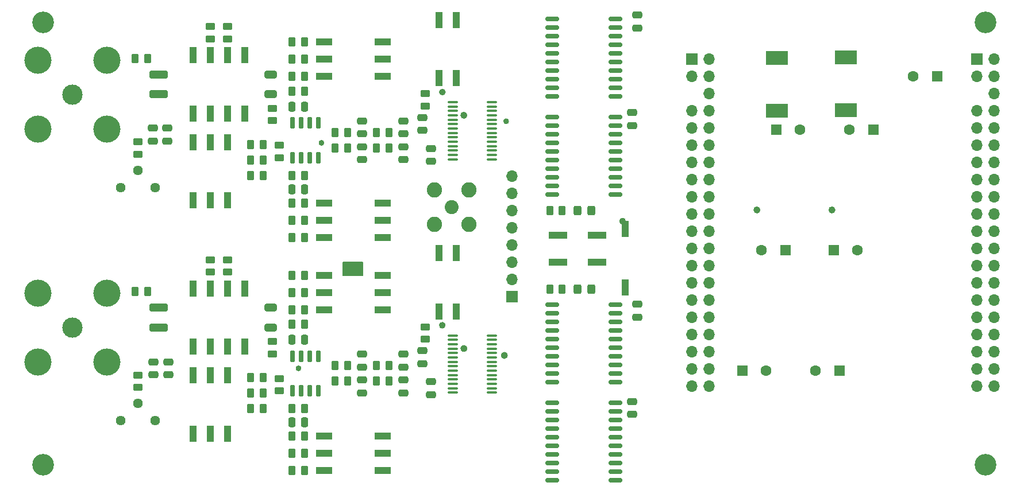
<source format=gbr>
%TF.GenerationSoftware,KiCad,Pcbnew,7.0.10-7.0.10~ubuntu22.04.1*%
%TF.CreationDate,2024-01-23T12:41:05+01:00*%
%TF.ProjectId,misrc,6d697372-632e-46b6-9963-61645f706362,0.3*%
%TF.SameCoordinates,Original*%
%TF.FileFunction,Soldermask,Top*%
%TF.FilePolarity,Negative*%
%FSLAX46Y46*%
G04 Gerber Fmt 4.6, Leading zero omitted, Abs format (unit mm)*
G04 Created by KiCad (PCBNEW 7.0.10-7.0.10~ubuntu22.04.1) date 2024-01-23 12:41:05*
%MOMM*%
%LPD*%
G01*
G04 APERTURE LIST*
G04 Aperture macros list*
%AMRoundRect*
0 Rectangle with rounded corners*
0 $1 Rounding radius*
0 $2 $3 $4 $5 $6 $7 $8 $9 X,Y pos of 4 corners*
0 Add a 4 corners polygon primitive as box body*
4,1,4,$2,$3,$4,$5,$6,$7,$8,$9,$2,$3,0*
0 Add four circle primitives for the rounded corners*
1,1,$1+$1,$2,$3*
1,1,$1+$1,$4,$5*
1,1,$1+$1,$6,$7*
1,1,$1+$1,$8,$9*
0 Add four rect primitives between the rounded corners*
20,1,$1+$1,$2,$3,$4,$5,0*
20,1,$1+$1,$4,$5,$6,$7,0*
20,1,$1+$1,$6,$7,$8,$9,0*
20,1,$1+$1,$8,$9,$2,$3,0*%
G04 Aperture macros list end*
%ADD10C,0.532905*%
%ADD11C,0.434210*%
%ADD12C,0.476609*%
%ADD13R,2.440000X1.120000*%
%ADD14R,1.600000X1.600000*%
%ADD15C,1.600000*%
%ADD16RoundRect,0.250000X-0.475000X0.250000X-0.475000X-0.250000X0.475000X-0.250000X0.475000X0.250000X0*%
%ADD17RoundRect,0.250000X-0.262500X-0.450000X0.262500X-0.450000X0.262500X0.450000X-0.262500X0.450000X0*%
%ADD18R,1.700000X1.700000*%
%ADD19O,1.700000X1.700000*%
%ADD20C,3.200000*%
%ADD21C,3.000000*%
%ADD22C,4.000000*%
%ADD23RoundRect,0.250000X-0.325000X-0.450000X0.325000X-0.450000X0.325000X0.450000X-0.325000X0.450000X0*%
%ADD24RoundRect,0.250000X1.100000X-0.325000X1.100000X0.325000X-1.100000X0.325000X-1.100000X-0.325000X0*%
%ADD25RoundRect,0.250000X-0.450000X0.262500X-0.450000X-0.262500X0.450000X-0.262500X0.450000X0.262500X0*%
%ADD26RoundRect,0.250000X0.450000X-0.262500X0.450000X0.262500X-0.450000X0.262500X-0.450000X-0.262500X0*%
%ADD27RoundRect,0.250000X0.262500X0.450000X-0.262500X0.450000X-0.262500X-0.450000X0.262500X-0.450000X0*%
%ADD28RoundRect,0.100000X-0.637500X-0.100000X0.637500X-0.100000X0.637500X0.100000X-0.637500X0.100000X0*%
%ADD29RoundRect,0.250000X-0.250000X-0.475000X0.250000X-0.475000X0.250000X0.475000X-0.250000X0.475000X0*%
%ADD30RoundRect,0.150000X-0.875000X-0.150000X0.875000X-0.150000X0.875000X0.150000X-0.875000X0.150000X0*%
%ADD31C,2.050000*%
%ADD32C,2.250000*%
%ADD33C,1.440000*%
%ADD34R,3.200000X2.000000*%
%ADD35R,1.120000X2.440000*%
%ADD36RoundRect,0.250000X0.475000X-0.250000X0.475000X0.250000X-0.475000X0.250000X-0.475000X-0.250000X0*%
%ADD37R,2.750000X1.000000*%
%ADD38RoundRect,0.250000X-0.650000X0.325000X-0.650000X-0.325000X0.650000X-0.325000X0.650000X0.325000X0*%
%ADD39RoundRect,0.150000X0.150000X-0.725000X0.150000X0.725000X-0.150000X0.725000X-0.150000X-0.725000X0*%
G04 APERTURE END LIST*
D10*
X132473452Y-116078000D02*
G75*
G03*
X131940548Y-116078000I-266452J0D01*
G01*
X131940548Y-116078000D02*
G75*
G03*
X132473452Y-116078000I266452J0D01*
G01*
X126504452Y-115062000D02*
G75*
G03*
X125971548Y-115062000I-266452J0D01*
G01*
X125971548Y-115062000D02*
G75*
G03*
X126504452Y-115062000I266452J0D01*
G01*
X126504452Y-80645000D02*
G75*
G03*
X125971548Y-80645000I-266452J0D01*
G01*
X125971548Y-80645000D02*
G75*
G03*
X126504452Y-80645000I266452J0D01*
G01*
D11*
X105478315Y-84709000D02*
G75*
G03*
X105044105Y-84709000I-217105J0D01*
G01*
X105044105Y-84709000D02*
G75*
G03*
X105478315Y-84709000I217105J0D01*
G01*
D10*
X169684452Y-94615000D02*
G75*
G03*
X169151548Y-94615000I-266452J0D01*
G01*
X169151548Y-94615000D02*
G75*
G03*
X169684452Y-94615000I266452J0D01*
G01*
D12*
X149864913Y-96266000D02*
G75*
G03*
X149388305Y-96266000I-238304J0D01*
G01*
X149388305Y-96266000D02*
G75*
G03*
X149864913Y-96266000I238304J0D01*
G01*
X123301304Y-77216000D02*
G75*
G03*
X122824696Y-77216000I-238304J0D01*
G01*
X122824696Y-77216000D02*
G75*
G03*
X123301304Y-77216000I238304J0D01*
G01*
X123301304Y-111633000D02*
G75*
G03*
X122824696Y-111633000I-238304J0D01*
G01*
X122824696Y-111633000D02*
G75*
G03*
X123301304Y-111633000I238304J0D01*
G01*
D11*
X132678105Y-81534000D02*
G75*
G03*
X132243895Y-81534000I-217105J0D01*
G01*
X132243895Y-81534000D02*
G75*
G03*
X132678105Y-81534000I217105J0D01*
G01*
D10*
X180733452Y-94615000D02*
G75*
G03*
X180200548Y-94615000I-266452J0D01*
G01*
X180200548Y-94615000D02*
G75*
G03*
X180733452Y-94615000I266452J0D01*
G01*
D11*
X102092895Y-117983000D02*
G75*
G03*
X101658685Y-117983000I-217105J0D01*
G01*
X101658685Y-117983000D02*
G75*
G03*
X102092895Y-117983000I217105J0D01*
G01*
D13*
%TO.C,SW204*%
X105664000Y-93599000D03*
X105664000Y-96139000D03*
X105664000Y-98679000D03*
X114274000Y-98679000D03*
X114274000Y-96139000D03*
X114274000Y-93599000D03*
%TD*%
D14*
%TO.C,C19*%
X181554000Y-118364000D03*
D15*
X178054000Y-118364000D03*
%TD*%
D16*
%TO.C,C119*%
X117348000Y-119700000D03*
X117348000Y-121600000D03*
%TD*%
D17*
%TO.C,R120*%
X107291500Y-119888000D03*
X109116500Y-119888000D03*
%TD*%
D16*
%TO.C,C108*%
X111252000Y-115890000D03*
X111252000Y-117790000D03*
%TD*%
D17*
%TO.C,R211*%
X100928500Y-69850000D03*
X102753500Y-69850000D03*
%TD*%
D18*
%TO.C,J2*%
X133350000Y-107442000D03*
D19*
X133350000Y-104902000D03*
X133350000Y-102362000D03*
X133350000Y-99822000D03*
X133350000Y-97282000D03*
X133350000Y-94742000D03*
X133350000Y-92202000D03*
X133350000Y-89662000D03*
%TD*%
D17*
%TO.C,R213*%
X100928500Y-74930000D03*
X102753500Y-74930000D03*
%TD*%
D20*
%TO.C,H3*%
X203073000Y-132207000D03*
%TD*%
D17*
%TO.C,R101*%
X77827500Y-106680000D03*
X79652500Y-106680000D03*
%TD*%
D21*
%TO.C,J101*%
X68580000Y-112014000D03*
D22*
X63500000Y-117094000D03*
X63500000Y-106934000D03*
X73660000Y-106934000D03*
X73660000Y-117094000D03*
%TD*%
D13*
%TO.C,SW103*%
X105677000Y-104267000D03*
X105677000Y-106807000D03*
X105677000Y-109347000D03*
X114287000Y-109347000D03*
X114287000Y-106807000D03*
X114287000Y-104267000D03*
%TD*%
D23*
%TO.C,D2*%
X142984000Y-94742000D03*
X145034000Y-94742000D03*
%TD*%
D17*
%TO.C,R116*%
X100941500Y-128016000D03*
X102766500Y-128016000D03*
%TD*%
D18*
%TO.C,J3*%
X201803000Y-72390000D03*
D19*
X204343000Y-72390000D03*
X201803000Y-74930000D03*
X204343000Y-74930000D03*
X204343000Y-77470000D03*
X201803000Y-80010000D03*
X204343000Y-80010000D03*
X201803000Y-82550000D03*
X204343000Y-82550000D03*
X201803000Y-85090000D03*
X204343000Y-85090000D03*
X201803000Y-87630000D03*
X204343000Y-87630000D03*
X201803000Y-90170000D03*
X204343000Y-90170000D03*
X201803000Y-92710000D03*
X204343000Y-92710000D03*
X201803000Y-95250000D03*
X204343000Y-95250000D03*
X201803000Y-97790000D03*
X204343000Y-97790000D03*
X201803000Y-100330000D03*
X204343000Y-100330000D03*
X201803000Y-102870000D03*
X204343000Y-102870000D03*
X201803000Y-105410000D03*
X204343000Y-105410000D03*
X201803000Y-107950000D03*
X204343000Y-107950000D03*
X201803000Y-110490000D03*
X204343000Y-110490000D03*
X201803000Y-113030000D03*
X204343000Y-113030000D03*
X201803000Y-115570000D03*
X204343000Y-115570000D03*
X201803000Y-118110000D03*
X204343000Y-118110000D03*
X201803000Y-120650000D03*
X204343000Y-120650000D03*
%TD*%
D24*
%TO.C,C101*%
X81280000Y-109015000D03*
X81280000Y-111965000D03*
%TD*%
D25*
%TO.C,R209*%
X98031000Y-79605500D03*
X98031000Y-81430500D03*
%TD*%
D26*
%TO.C,R203*%
X91427000Y-69365500D03*
X91427000Y-67540500D03*
%TD*%
D27*
%TO.C,R208*%
X96657500Y-84963000D03*
X94832500Y-84963000D03*
%TD*%
%TO.C,R206*%
X96657500Y-87249000D03*
X94832500Y-87249000D03*
%TD*%
D25*
%TO.C,R110*%
X99060000Y-121308500D03*
X99060000Y-119483500D03*
%TD*%
D28*
%TO.C,U102*%
X124645500Y-113123000D03*
X124645500Y-113773000D03*
X124645500Y-114423000D03*
X124645500Y-115073000D03*
X124645500Y-115723000D03*
X124645500Y-116373000D03*
X124645500Y-117023000D03*
X124645500Y-117673000D03*
X124645500Y-118323000D03*
X124645500Y-118973000D03*
X124645500Y-119623000D03*
X124645500Y-120273000D03*
X124645500Y-120923000D03*
X124645500Y-121573000D03*
X130370500Y-121573000D03*
X130370500Y-120923000D03*
X130370500Y-120273000D03*
X130370500Y-119623000D03*
X130370500Y-118973000D03*
X130370500Y-118323000D03*
X130370500Y-117673000D03*
X130370500Y-117023000D03*
X130370500Y-116373000D03*
X130370500Y-115723000D03*
X130370500Y-115073000D03*
X130370500Y-114423000D03*
X130370500Y-113773000D03*
X130370500Y-113123000D03*
%TD*%
D25*
%TO.C,R210*%
X99047000Y-85066500D03*
X99047000Y-86891500D03*
%TD*%
D29*
%TO.C,C106*%
X100904000Y-113792000D03*
X102804000Y-113792000D03*
%TD*%
D30*
%TO.C,U5*%
X139241000Y-66421000D03*
X139241000Y-67691000D03*
X139241000Y-68961000D03*
X139241000Y-70231000D03*
X139241000Y-71501000D03*
X139241000Y-72771000D03*
X139241000Y-74041000D03*
X139241000Y-75311000D03*
X139241000Y-76581000D03*
X139241000Y-77851000D03*
X148541000Y-77851000D03*
X148541000Y-76581000D03*
X148541000Y-75311000D03*
X148541000Y-74041000D03*
X148541000Y-72771000D03*
X148541000Y-71501000D03*
X148541000Y-70231000D03*
X148541000Y-68961000D03*
X148541000Y-67691000D03*
X148541000Y-66421000D03*
%TD*%
D16*
%TO.C,C225*%
X120129000Y-80965000D03*
X120129000Y-82865000D03*
%TD*%
D29*
%TO.C,C206*%
X100891000Y-79375000D03*
X102791000Y-79375000D03*
%TD*%
D17*
%TO.C,R215*%
X100928500Y-89535000D03*
X102753500Y-89535000D03*
%TD*%
D30*
%TO.C,U4*%
X139241000Y-80899000D03*
X139241000Y-82169000D03*
X139241000Y-83439000D03*
X139241000Y-84709000D03*
X139241000Y-85979000D03*
X139241000Y-87249000D03*
X139241000Y-88519000D03*
X139241000Y-89789000D03*
X139241000Y-91059000D03*
X139241000Y-92329000D03*
X148541000Y-92329000D03*
X148541000Y-91059000D03*
X148541000Y-89789000D03*
X148541000Y-88519000D03*
X148541000Y-87249000D03*
X148541000Y-85979000D03*
X148541000Y-84709000D03*
X148541000Y-83439000D03*
X148541000Y-82169000D03*
X148541000Y-80899000D03*
%TD*%
D31*
%TO.C,J1*%
X124460000Y-94234000D03*
D32*
X121920000Y-91694000D03*
X121920000Y-96774000D03*
X127000000Y-91694000D03*
X127000000Y-96774000D03*
%TD*%
D13*
%TO.C,SW203*%
X105677000Y-69850000D03*
X105677000Y-72390000D03*
X105677000Y-74930000D03*
X114287000Y-74930000D03*
X114287000Y-72390000D03*
X114287000Y-69850000D03*
%TD*%
D33*
%TO.C,RV201*%
X75692000Y-91313000D03*
X78232000Y-88773000D03*
X80772000Y-91313000D03*
%TD*%
D14*
%TO.C,C17*%
X180721000Y-100584000D03*
D15*
X184221000Y-100584000D03*
%TD*%
D17*
%TO.C,R122*%
X113387500Y-119888000D03*
X115212500Y-119888000D03*
%TD*%
D34*
%TO.C,L1*%
X172339000Y-72173000D03*
X172339000Y-79973000D03*
%TD*%
D14*
%TO.C,C11*%
X186564651Y-82804000D03*
D15*
X183064651Y-82804000D03*
%TD*%
D27*
%TO.C,R108*%
X94845500Y-119380000D03*
X96670500Y-119380000D03*
%TD*%
%TO.C,R2*%
X140739500Y-106299000D03*
X138914500Y-106299000D03*
%TD*%
%TO.C,R106*%
X94845500Y-121666000D03*
X96670500Y-121666000D03*
%TD*%
D16*
%TO.C,C208*%
X111239000Y-81473000D03*
X111239000Y-83373000D03*
%TD*%
D30*
%TO.C,U2*%
X139241000Y-123063000D03*
X139241000Y-124333000D03*
X139241000Y-125603000D03*
X139241000Y-126873000D03*
X139241000Y-128143000D03*
X139241000Y-129413000D03*
X139241000Y-130683000D03*
X139241000Y-131953000D03*
X139241000Y-133223000D03*
X139241000Y-134493000D03*
X148541000Y-134493000D03*
X148541000Y-133223000D03*
X148541000Y-131953000D03*
X148541000Y-130683000D03*
X148541000Y-129413000D03*
X148541000Y-128143000D03*
X148541000Y-126873000D03*
X148541000Y-125603000D03*
X148541000Y-124333000D03*
X148541000Y-123063000D03*
%TD*%
D17*
%TO.C,R216*%
X100928500Y-93599000D03*
X102753500Y-93599000D03*
%TD*%
D35*
%TO.C,SW201*%
X86347000Y-80378000D03*
X88887000Y-80378000D03*
X91427000Y-80378000D03*
X93967000Y-80378000D03*
X93967000Y-71768000D03*
X91427000Y-71768000D03*
X88887000Y-71768000D03*
X86347000Y-71768000D03*
%TD*%
D26*
%TO.C,R223*%
X120510000Y-79271500D03*
X120510000Y-77446500D03*
%TD*%
D20*
%TO.C,H2*%
X64262000Y-132207000D03*
%TD*%
D23*
%TO.C,D1*%
X142984000Y-106299000D03*
X145034000Y-106299000D03*
%TD*%
D34*
%TO.C,L2*%
X182499000Y-72083000D03*
X182499000Y-79883000D03*
%TD*%
D21*
%TO.C,J201*%
X68567000Y-77597000D03*
D22*
X63487000Y-82677000D03*
X63487000Y-72517000D03*
X73647000Y-72517000D03*
X73647000Y-82677000D03*
%TD*%
D26*
%TO.C,R102*%
X88900000Y-101957500D03*
X88900000Y-103782500D03*
%TD*%
D24*
%TO.C,C201*%
X81267000Y-77548000D03*
X81267000Y-74598000D03*
%TD*%
D17*
%TO.C,R115*%
X100941500Y-123952000D03*
X102766500Y-123952000D03*
%TD*%
%TO.C,R111*%
X100941500Y-104267000D03*
X102766500Y-104267000D03*
%TD*%
D35*
%TO.C,SW105*%
X125095000Y-100978000D03*
X122555000Y-100978000D03*
X122555000Y-109588000D03*
X125095000Y-109588000D03*
%TD*%
D36*
%TO.C,C224*%
X121399000Y-87437000D03*
X121399000Y-85537000D03*
%TD*%
D17*
%TO.C,R220*%
X107278500Y-85471000D03*
X109103500Y-85471000D03*
%TD*%
D16*
%TO.C,C109*%
X111252000Y-119700000D03*
X111252000Y-121600000D03*
%TD*%
%TO.C,C125*%
X120142000Y-115382000D03*
X120142000Y-117282000D03*
%TD*%
%TO.C,C209*%
X111239000Y-85283000D03*
X111239000Y-87183000D03*
%TD*%
D17*
%TO.C,R212*%
X100928500Y-72390000D03*
X102753500Y-72390000D03*
%TD*%
%TO.C,R113*%
X100941500Y-109347000D03*
X102766500Y-109347000D03*
%TD*%
D27*
%TO.C,R207*%
X96657500Y-89535000D03*
X94832500Y-89535000D03*
%TD*%
D17*
%TO.C,R222*%
X113374500Y-85471000D03*
X115199500Y-85471000D03*
%TD*%
D14*
%TO.C,C10*%
X172240000Y-82801000D03*
D15*
X175740000Y-82801000D03*
%TD*%
D30*
%TO.C,U3*%
X139241000Y-108585000D03*
X139241000Y-109855000D03*
X139241000Y-111125000D03*
X139241000Y-112395000D03*
X139241000Y-113665000D03*
X139241000Y-114935000D03*
X139241000Y-116205000D03*
X139241000Y-117475000D03*
X139241000Y-118745000D03*
X139241000Y-120015000D03*
X148541000Y-120015000D03*
X148541000Y-118745000D03*
X148541000Y-117475000D03*
X148541000Y-116205000D03*
X148541000Y-114935000D03*
X148541000Y-113665000D03*
X148541000Y-112395000D03*
X148541000Y-111125000D03*
X148541000Y-109855000D03*
X148541000Y-108585000D03*
%TD*%
D36*
%TO.C,C128*%
X82677000Y-118933000D03*
X82677000Y-117033000D03*
%TD*%
D29*
%TO.C,C107*%
X100904000Y-125984000D03*
X102804000Y-125984000D03*
%TD*%
D27*
%TO.C,R107*%
X94845500Y-123952000D03*
X96670500Y-123952000D03*
%TD*%
D17*
%TO.C,R218*%
X100928500Y-98679000D03*
X102753500Y-98679000D03*
%TD*%
%TO.C,R119*%
X107291500Y-117602000D03*
X109116500Y-117602000D03*
%TD*%
D14*
%TO.C,C6*%
X195962651Y-74930000D03*
D15*
X192462651Y-74930000D03*
%TD*%
D14*
%TO.C,C18*%
X167259000Y-118364000D03*
D15*
X170759000Y-118364000D03*
%TD*%
D17*
%TO.C,R219*%
X107278500Y-83185000D03*
X109103500Y-83185000D03*
%TD*%
D35*
%TO.C,SW2*%
X149987000Y-106019000D03*
X149987000Y-97409000D03*
%TD*%
D37*
%TO.C,SW1*%
X145882000Y-102330000D03*
X140122000Y-102330000D03*
X145882000Y-98330000D03*
X140122000Y-98330000D03*
%TD*%
D20*
%TO.C,H1*%
X64262000Y-66929000D03*
%TD*%
D16*
%TO.C,C2*%
X151003000Y-80269000D03*
X151003000Y-82169000D03*
%TD*%
D38*
%TO.C,C105*%
X97790000Y-111965000D03*
X97790000Y-109015000D03*
%TD*%
D36*
%TO.C,C228*%
X82550000Y-84450000D03*
X82550000Y-82550000D03*
%TD*%
D17*
%TO.C,R201*%
X77814500Y-72263000D03*
X79639500Y-72263000D03*
%TD*%
%TO.C,R217*%
X100928500Y-96139000D03*
X102753500Y-96139000D03*
%TD*%
D16*
%TO.C,C118*%
X117348000Y-115890000D03*
X117348000Y-117790000D03*
%TD*%
%TO.C,C4*%
X151003000Y-122875000D03*
X151003000Y-124775000D03*
%TD*%
D17*
%TO.C,R118*%
X100941500Y-133096000D03*
X102766500Y-133096000D03*
%TD*%
%TO.C,R221*%
X113374500Y-83185000D03*
X115199500Y-83185000D03*
%TD*%
D14*
%TO.C,C16*%
X173609000Y-100584000D03*
D15*
X170109000Y-100584000D03*
%TD*%
D25*
%TO.C,R228*%
X78232000Y-84558500D03*
X78232000Y-86383500D03*
%TD*%
D35*
%TO.C,SW101*%
X86360000Y-106185000D03*
X88900000Y-106185000D03*
X91440000Y-106185000D03*
X93980000Y-106185000D03*
X93980000Y-114795000D03*
X91440000Y-114795000D03*
X88900000Y-114795000D03*
X86360000Y-114795000D03*
%TD*%
D25*
%TO.C,R109*%
X98044000Y-114022500D03*
X98044000Y-115847500D03*
%TD*%
D36*
%TO.C,C227*%
X80391000Y-84450000D03*
X80391000Y-82550000D03*
%TD*%
D35*
%TO.C,SW202*%
X91427000Y-84608000D03*
X88887000Y-84608000D03*
X86347000Y-84608000D03*
X86347000Y-93218000D03*
X88887000Y-93218000D03*
X91427000Y-93218000D03*
%TD*%
D17*
%TO.C,R112*%
X100941500Y-106807000D03*
X102766500Y-106807000D03*
%TD*%
D26*
%TO.C,R103*%
X91440000Y-101957500D03*
X91440000Y-103782500D03*
%TD*%
D39*
%TO.C,U201*%
X100965000Y-86903000D03*
X102235000Y-86903000D03*
X103505000Y-86903000D03*
X104775000Y-86903000D03*
X104775000Y-81753000D03*
X103505000Y-81753000D03*
X102235000Y-81753000D03*
X100965000Y-81753000D03*
%TD*%
D16*
%TO.C,C219*%
X117335000Y-85283000D03*
X117335000Y-87183000D03*
%TD*%
D20*
%TO.C,H4*%
X203073000Y-66929000D03*
%TD*%
D28*
%TO.C,U202*%
X124632500Y-78706000D03*
X124632500Y-79356000D03*
X124632500Y-80006000D03*
X124632500Y-80656000D03*
X124632500Y-81306000D03*
X124632500Y-81956000D03*
X124632500Y-82606000D03*
X124632500Y-83256000D03*
X124632500Y-83906000D03*
X124632500Y-84556000D03*
X124632500Y-85206000D03*
X124632500Y-85856000D03*
X124632500Y-86506000D03*
X124632500Y-87156000D03*
X130357500Y-87156000D03*
X130357500Y-86506000D03*
X130357500Y-85856000D03*
X130357500Y-85206000D03*
X130357500Y-84556000D03*
X130357500Y-83906000D03*
X130357500Y-83256000D03*
X130357500Y-82606000D03*
X130357500Y-81956000D03*
X130357500Y-81306000D03*
X130357500Y-80656000D03*
X130357500Y-80006000D03*
X130357500Y-79356000D03*
X130357500Y-78706000D03*
%TD*%
D26*
%TO.C,R202*%
X88887000Y-69365500D03*
X88887000Y-67540500D03*
%TD*%
D17*
%TO.C,R121*%
X113387500Y-117602000D03*
X115212500Y-117602000D03*
%TD*%
%TO.C,R214*%
X100928500Y-77089000D03*
X102753500Y-77089000D03*
%TD*%
D35*
%TO.C,SW205*%
X125082000Y-66561000D03*
X122542000Y-66561000D03*
X122542000Y-75171000D03*
X125082000Y-75171000D03*
%TD*%
D16*
%TO.C,C3*%
X151765000Y-108524000D03*
X151765000Y-110424000D03*
%TD*%
D39*
%TO.C,U101*%
X100965000Y-121320000D03*
X102235000Y-121320000D03*
X103505000Y-121320000D03*
X104775000Y-121320000D03*
X104775000Y-116170000D03*
X103505000Y-116170000D03*
X102235000Y-116170000D03*
X100965000Y-116170000D03*
%TD*%
D33*
%TO.C,RV101*%
X75707000Y-125685000D03*
X78247000Y-123145000D03*
X80787000Y-125685000D03*
%TD*%
D35*
%TO.C,SW102*%
X91440000Y-119025000D03*
X88900000Y-119025000D03*
X86360000Y-119025000D03*
X86360000Y-127635000D03*
X88900000Y-127635000D03*
X91440000Y-127635000D03*
%TD*%
D27*
%TO.C,R3*%
X140739500Y-94742000D03*
X138914500Y-94742000D03*
%TD*%
D25*
%TO.C,R127*%
X78232000Y-118999000D03*
X78232000Y-120824000D03*
%TD*%
D17*
%TO.C,R117*%
X100941500Y-130556000D03*
X102766500Y-130556000D03*
%TD*%
D26*
%TO.C,R123*%
X120523000Y-113688500D03*
X120523000Y-111863500D03*
%TD*%
D36*
%TO.C,C124*%
X121412000Y-121854000D03*
X121412000Y-119954000D03*
%TD*%
D18*
%TO.C,J4*%
X159800000Y-72390000D03*
D19*
X162340000Y-72390000D03*
X159800000Y-74930000D03*
X162340000Y-74930000D03*
X162340000Y-77470000D03*
X159800000Y-80010000D03*
X162340000Y-80010000D03*
X159800000Y-82550000D03*
X162340000Y-82550000D03*
X159800000Y-85090000D03*
X162340000Y-85090000D03*
X159800000Y-87630000D03*
X162340000Y-87630000D03*
X159800000Y-90170000D03*
X162340000Y-90170000D03*
X159800000Y-92710000D03*
X162340000Y-92710000D03*
X159800000Y-95250000D03*
X162340000Y-95250000D03*
X159800000Y-97790000D03*
X162340000Y-97790000D03*
X159800000Y-100330000D03*
X162340000Y-100330000D03*
X159800000Y-102870000D03*
X162340000Y-102870000D03*
X159800000Y-105410000D03*
X162340000Y-105410000D03*
X159800000Y-107950000D03*
X162340000Y-107950000D03*
X159800000Y-110490000D03*
X162340000Y-110490000D03*
X159800000Y-113030000D03*
X162340000Y-113030000D03*
X159800000Y-115570000D03*
X162340000Y-115570000D03*
X159800000Y-118110000D03*
X162340000Y-118110000D03*
X159800000Y-120650000D03*
X162340000Y-120650000D03*
%TD*%
D36*
%TO.C,C127*%
X80518000Y-118933000D03*
X80518000Y-117033000D03*
%TD*%
D13*
%TO.C,SW104*%
X105677000Y-128016000D03*
X105677000Y-130556000D03*
X105677000Y-133096000D03*
X114287000Y-133096000D03*
X114287000Y-130556000D03*
X114287000Y-128016000D03*
%TD*%
D16*
%TO.C,C1*%
X151765000Y-65852000D03*
X151765000Y-67752000D03*
%TD*%
D29*
%TO.C,C207*%
X100891000Y-91567000D03*
X102791000Y-91567000D03*
%TD*%
D38*
%TO.C,C205*%
X97777000Y-74598000D03*
X97777000Y-77548000D03*
%TD*%
D16*
%TO.C,C218*%
X117335000Y-81473000D03*
X117335000Y-83373000D03*
%TD*%
D17*
%TO.C,R114*%
X100941500Y-111506000D03*
X102766500Y-111506000D03*
%TD*%
G36*
X111322039Y-102254685D02*
G01*
X111367794Y-102307489D01*
X111379000Y-102359000D01*
X111379000Y-104270000D01*
X111359315Y-104337039D01*
X111306511Y-104382794D01*
X111255000Y-104394000D01*
X108455000Y-104394000D01*
X108387961Y-104374315D01*
X108342206Y-104321511D01*
X108331000Y-104270000D01*
X108331000Y-102359000D01*
X108350685Y-102291961D01*
X108403489Y-102246206D01*
X108455000Y-102235000D01*
X111255000Y-102235000D01*
X111322039Y-102254685D01*
G37*
M02*

</source>
